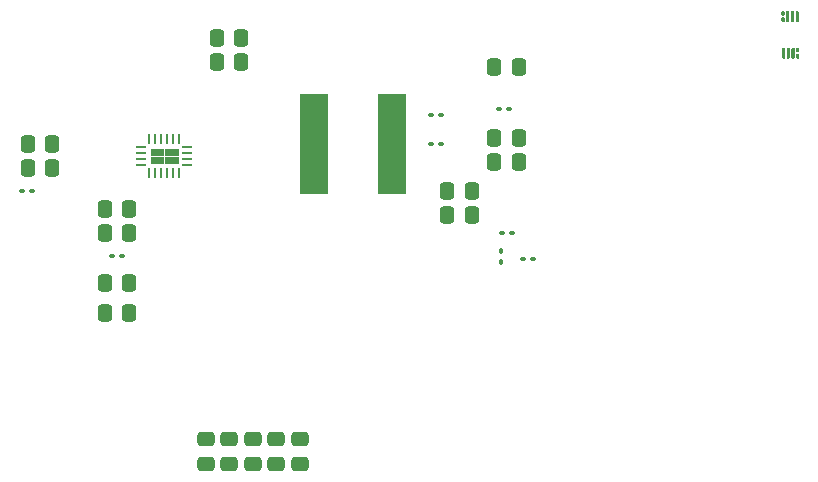
<source format=gbr>
%TF.GenerationSoftware,KiCad,Pcbnew,9.0.1*%
%TF.CreationDate,2025-11-16T17:19:11-08:00*%
%TF.ProjectId,GaN-LTC7800-Alternate,47614e2d-4c54-4433-9738-30302d416c74,rev?*%
%TF.SameCoordinates,Original*%
%TF.FileFunction,Paste,Top*%
%TF.FilePolarity,Positive*%
%FSLAX46Y46*%
G04 Gerber Fmt 4.6, Leading zero omitted, Abs format (unit mm)*
G04 Created by KiCad (PCBNEW 9.0.1) date 2025-11-16 17:19:11*
%MOMM*%
%LPD*%
G01*
G04 APERTURE LIST*
G04 Aperture macros list*
%AMRoundRect*
0 Rectangle with rounded corners*
0 $1 Rounding radius*
0 $2 $3 $4 $5 $6 $7 $8 $9 X,Y pos of 4 corners*
0 Add a 4 corners polygon primitive as box body*
4,1,4,$2,$3,$4,$5,$6,$7,$8,$9,$2,$3,0*
0 Add four circle primitives for the rounded corners*
1,1,$1+$1,$2,$3*
1,1,$1+$1,$4,$5*
1,1,$1+$1,$6,$7*
1,1,$1+$1,$8,$9*
0 Add four rect primitives between the rounded corners*
20,1,$1+$1,$2,$3,$4,$5,0*
20,1,$1+$1,$4,$5,$6,$7,0*
20,1,$1+$1,$6,$7,$8,$9,0*
20,1,$1+$1,$8,$9,$2,$3,0*%
G04 Aperture macros list end*
%ADD10C,0.010000*%
%ADD11C,0.000100*%
%ADD12RoundRect,0.250000X-0.337500X-0.475000X0.337500X-0.475000X0.337500X0.475000X-0.337500X0.475000X0*%
%ADD13RoundRect,0.250000X0.337500X0.475000X-0.337500X0.475000X-0.337500X-0.475000X0.337500X-0.475000X0*%
%ADD14RoundRect,0.090000X-0.139000X-0.090000X0.139000X-0.090000X0.139000X0.090000X-0.139000X0.090000X0*%
%ADD15R,0.270000X0.840000*%
%ADD16R,0.840000X0.270000*%
%ADD17RoundRect,0.090000X0.139000X0.090000X-0.139000X0.090000X-0.139000X-0.090000X0.139000X-0.090000X0*%
%ADD18RoundRect,0.250000X-0.475000X0.337500X-0.475000X-0.337500X0.475000X-0.337500X0.475000X0.337500X0*%
%ADD19RoundRect,0.250000X0.475000X-0.337500X0.475000X0.337500X-0.475000X0.337500X-0.475000X-0.337500X0*%
%ADD20RoundRect,0.090000X-0.090000X0.139000X-0.090000X-0.139000X0.090000X-0.139000X0.090000X0.139000X0*%
%ADD21R,2.380000X8.500000*%
G04 APERTURE END LIST*
D10*
%TO.C,U1*%
X92399938Y-57649938D02*
X91370000Y-57649938D01*
X91370000Y-57120000D01*
X92399938Y-57120000D01*
X92399938Y-57649938D01*
G36*
X92399938Y-57649938D02*
G01*
X91370000Y-57649938D01*
X91370000Y-57120000D01*
X92399938Y-57120000D01*
X92399938Y-57649938D01*
G37*
X92399972Y-58380177D02*
X91370000Y-58380177D01*
X91370000Y-57850000D01*
X92399972Y-57850000D01*
X92399972Y-58380177D01*
G36*
X92399972Y-58380177D02*
G01*
X91370000Y-58380177D01*
X91370000Y-57850000D01*
X92399972Y-57850000D01*
X92399972Y-58380177D01*
G37*
X93631780Y-57649842D02*
X92600000Y-57649842D01*
X92600000Y-57120000D01*
X93631780Y-57120000D01*
X93631780Y-57649842D01*
G36*
X93631780Y-57649842D02*
G01*
X92600000Y-57649842D01*
X92600000Y-57120000D01*
X93631780Y-57120000D01*
X93631780Y-57649842D01*
G37*
X93631590Y-58380886D02*
X92600000Y-58380886D01*
X92600000Y-57850000D01*
X93631590Y-57850000D01*
X93631590Y-58380886D01*
G36*
X93631590Y-58380886D02*
G01*
X92600000Y-58380886D01*
X92600000Y-57850000D01*
X93631590Y-57850000D01*
X93631590Y-58380886D01*
G37*
D11*
%TO.C,Q2*%
X144889500Y-45501500D02*
X144892500Y-45501500D01*
X144896500Y-45502500D01*
X144899500Y-45503500D01*
X144902500Y-45504500D01*
X144904500Y-45505500D01*
X144907500Y-45507500D01*
X144910500Y-45508500D01*
X144913500Y-45510500D01*
X144915500Y-45511500D01*
X144918500Y-45513500D01*
X144920500Y-45515500D01*
X144922500Y-45518500D01*
X144925500Y-45520500D01*
X144927500Y-45522500D01*
X144929500Y-45525500D01*
X144930500Y-45527500D01*
X144932500Y-45530500D01*
X144933500Y-45533500D01*
X144935500Y-45536500D01*
X144936500Y-45538500D01*
X144937500Y-45541500D01*
X144938500Y-45544500D01*
X144939500Y-45548500D01*
X144939500Y-45551500D01*
X144940500Y-45554500D01*
X144940500Y-45557500D01*
X144940500Y-45560500D01*
X144940500Y-45736500D01*
X144940500Y-45739500D01*
X144940500Y-45742500D01*
X144939500Y-45745500D01*
X144939500Y-45748500D01*
X144938500Y-45752500D01*
X144937500Y-45755500D01*
X144936500Y-45758500D01*
X144935500Y-45760500D01*
X144933500Y-45763500D01*
X144932500Y-45766500D01*
X144930500Y-45769500D01*
X144929500Y-45771500D01*
X144927500Y-45774500D01*
X144925500Y-45776500D01*
X144922500Y-45778500D01*
X144920500Y-45781500D01*
X144918500Y-45783500D01*
X144915500Y-45785500D01*
X144913500Y-45786500D01*
X144910500Y-45788500D01*
X144907500Y-45789500D01*
X144904500Y-45791500D01*
X144902500Y-45792500D01*
X144899500Y-45793500D01*
X144896500Y-45794500D01*
X144892500Y-45795500D01*
X144889500Y-45795500D01*
X144886500Y-45796500D01*
X144883500Y-45796500D01*
X144880500Y-45796500D01*
X144820500Y-45796500D01*
X144817500Y-45796500D01*
X144814500Y-45796500D01*
X144811500Y-45795500D01*
X144808500Y-45795500D01*
X144804500Y-45794500D01*
X144801500Y-45793500D01*
X144798500Y-45792500D01*
X144796500Y-45791500D01*
X144793500Y-45789500D01*
X144790500Y-45788500D01*
X144787500Y-45786500D01*
X144785500Y-45785500D01*
X144782500Y-45783500D01*
X144780500Y-45781500D01*
X144778500Y-45778500D01*
X144775500Y-45776500D01*
X144773500Y-45774500D01*
X144771500Y-45771500D01*
X144770500Y-45769500D01*
X144768500Y-45766500D01*
X144767500Y-45763500D01*
X144765500Y-45760500D01*
X144764500Y-45758500D01*
X144763500Y-45755500D01*
X144762500Y-45752500D01*
X144761500Y-45748500D01*
X144761500Y-45745500D01*
X144760500Y-45742500D01*
X144760500Y-45739500D01*
X144760500Y-45736500D01*
X144760500Y-45560500D01*
X144760500Y-45557500D01*
X144760500Y-45554500D01*
X144761500Y-45551500D01*
X144761500Y-45548500D01*
X144762500Y-45544500D01*
X144763500Y-45541500D01*
X144764500Y-45538500D01*
X144765500Y-45536500D01*
X144767500Y-45533500D01*
X144768500Y-45530500D01*
X144770500Y-45527500D01*
X144771500Y-45525500D01*
X144773500Y-45522500D01*
X144775500Y-45520500D01*
X144778500Y-45518500D01*
X144780500Y-45515500D01*
X144782500Y-45513500D01*
X144785500Y-45511500D01*
X144787500Y-45510500D01*
X144790500Y-45508500D01*
X144793500Y-45507500D01*
X144796500Y-45505500D01*
X144798500Y-45504500D01*
X144801500Y-45503500D01*
X144804500Y-45502500D01*
X144808500Y-45501500D01*
X144811500Y-45501500D01*
X144814500Y-45500500D01*
X144817500Y-45500500D01*
X144820500Y-45500500D01*
X144880500Y-45500500D01*
X144883500Y-45500500D01*
X144886500Y-45500500D01*
X144889500Y-45501500D01*
G36*
X144889500Y-45501500D02*
G01*
X144892500Y-45501500D01*
X144896500Y-45502500D01*
X144899500Y-45503500D01*
X144902500Y-45504500D01*
X144904500Y-45505500D01*
X144907500Y-45507500D01*
X144910500Y-45508500D01*
X144913500Y-45510500D01*
X144915500Y-45511500D01*
X144918500Y-45513500D01*
X144920500Y-45515500D01*
X144922500Y-45518500D01*
X144925500Y-45520500D01*
X144927500Y-45522500D01*
X144929500Y-45525500D01*
X144930500Y-45527500D01*
X144932500Y-45530500D01*
X144933500Y-45533500D01*
X144935500Y-45536500D01*
X144936500Y-45538500D01*
X144937500Y-45541500D01*
X144938500Y-45544500D01*
X144939500Y-45548500D01*
X144939500Y-45551500D01*
X144940500Y-45554500D01*
X144940500Y-45557500D01*
X144940500Y-45560500D01*
X144940500Y-45736500D01*
X144940500Y-45739500D01*
X144940500Y-45742500D01*
X144939500Y-45745500D01*
X144939500Y-45748500D01*
X144938500Y-45752500D01*
X144937500Y-45755500D01*
X144936500Y-45758500D01*
X144935500Y-45760500D01*
X144933500Y-45763500D01*
X144932500Y-45766500D01*
X144930500Y-45769500D01*
X144929500Y-45771500D01*
X144927500Y-45774500D01*
X144925500Y-45776500D01*
X144922500Y-45778500D01*
X144920500Y-45781500D01*
X144918500Y-45783500D01*
X144915500Y-45785500D01*
X144913500Y-45786500D01*
X144910500Y-45788500D01*
X144907500Y-45789500D01*
X144904500Y-45791500D01*
X144902500Y-45792500D01*
X144899500Y-45793500D01*
X144896500Y-45794500D01*
X144892500Y-45795500D01*
X144889500Y-45795500D01*
X144886500Y-45796500D01*
X144883500Y-45796500D01*
X144880500Y-45796500D01*
X144820500Y-45796500D01*
X144817500Y-45796500D01*
X144814500Y-45796500D01*
X144811500Y-45795500D01*
X144808500Y-45795500D01*
X144804500Y-45794500D01*
X144801500Y-45793500D01*
X144798500Y-45792500D01*
X144796500Y-45791500D01*
X144793500Y-45789500D01*
X144790500Y-45788500D01*
X144787500Y-45786500D01*
X144785500Y-45785500D01*
X144782500Y-45783500D01*
X144780500Y-45781500D01*
X144778500Y-45778500D01*
X144775500Y-45776500D01*
X144773500Y-45774500D01*
X144771500Y-45771500D01*
X144770500Y-45769500D01*
X144768500Y-45766500D01*
X144767500Y-45763500D01*
X144765500Y-45760500D01*
X144764500Y-45758500D01*
X144763500Y-45755500D01*
X144762500Y-45752500D01*
X144761500Y-45748500D01*
X144761500Y-45745500D01*
X144760500Y-45742500D01*
X144760500Y-45739500D01*
X144760500Y-45736500D01*
X144760500Y-45560500D01*
X144760500Y-45557500D01*
X144760500Y-45554500D01*
X144761500Y-45551500D01*
X144761500Y-45548500D01*
X144762500Y-45544500D01*
X144763500Y-45541500D01*
X144764500Y-45538500D01*
X144765500Y-45536500D01*
X144767500Y-45533500D01*
X144768500Y-45530500D01*
X144770500Y-45527500D01*
X144771500Y-45525500D01*
X144773500Y-45522500D01*
X144775500Y-45520500D01*
X144778500Y-45518500D01*
X144780500Y-45515500D01*
X144782500Y-45513500D01*
X144785500Y-45511500D01*
X144787500Y-45510500D01*
X144790500Y-45508500D01*
X144793500Y-45507500D01*
X144796500Y-45505500D01*
X144798500Y-45504500D01*
X144801500Y-45503500D01*
X144804500Y-45502500D01*
X144808500Y-45501500D01*
X144811500Y-45501500D01*
X144814500Y-45500500D01*
X144817500Y-45500500D01*
X144820500Y-45500500D01*
X144880500Y-45500500D01*
X144883500Y-45500500D01*
X144886500Y-45500500D01*
X144889500Y-45501500D01*
G37*
X144889500Y-46019500D02*
X144892500Y-46019500D01*
X144896500Y-46020500D01*
X144899500Y-46021500D01*
X144902500Y-46022500D01*
X144904500Y-46023500D01*
X144907500Y-46025500D01*
X144910500Y-46026500D01*
X144913500Y-46028500D01*
X144915500Y-46029500D01*
X144918500Y-46031500D01*
X144920500Y-46033500D01*
X144922500Y-46036500D01*
X144925500Y-46038500D01*
X144927500Y-46040500D01*
X144929500Y-46043500D01*
X144930500Y-46045500D01*
X144932500Y-46048500D01*
X144933500Y-46051500D01*
X144935500Y-46054500D01*
X144936500Y-46056500D01*
X144937500Y-46059500D01*
X144938500Y-46062500D01*
X144939500Y-46066500D01*
X144939500Y-46069500D01*
X144940500Y-46072500D01*
X144940500Y-46075500D01*
X144940500Y-46078500D01*
X144940500Y-46254500D01*
X144940500Y-46257500D01*
X144940500Y-46260500D01*
X144939500Y-46263500D01*
X144939500Y-46266500D01*
X144938500Y-46270500D01*
X144937500Y-46273500D01*
X144936500Y-46276500D01*
X144935500Y-46278500D01*
X144933500Y-46281500D01*
X144932500Y-46284500D01*
X144930500Y-46287500D01*
X144929500Y-46289500D01*
X144927500Y-46292500D01*
X144925500Y-46294500D01*
X144922500Y-46296500D01*
X144920500Y-46299500D01*
X144918500Y-46301500D01*
X144915500Y-46303500D01*
X144913500Y-46304500D01*
X144910500Y-46306500D01*
X144907500Y-46307500D01*
X144904500Y-46309500D01*
X144902500Y-46310500D01*
X144899500Y-46311500D01*
X144896500Y-46312500D01*
X144892500Y-46313500D01*
X144889500Y-46313500D01*
X144886500Y-46314500D01*
X144883500Y-46314500D01*
X144880500Y-46314500D01*
X144820500Y-46314500D01*
X144817500Y-46314500D01*
X144814500Y-46314500D01*
X144811500Y-46313500D01*
X144808500Y-46313500D01*
X144804500Y-46312500D01*
X144801500Y-46311500D01*
X144798500Y-46310500D01*
X144796500Y-46309500D01*
X144793500Y-46307500D01*
X144790500Y-46306500D01*
X144787500Y-46304500D01*
X144785500Y-46303500D01*
X144782500Y-46301500D01*
X144780500Y-46299500D01*
X144778500Y-46296500D01*
X144775500Y-46294500D01*
X144773500Y-46292500D01*
X144771500Y-46289500D01*
X144770500Y-46287500D01*
X144768500Y-46284500D01*
X144767500Y-46281500D01*
X144765500Y-46278500D01*
X144764500Y-46276500D01*
X144763500Y-46273500D01*
X144762500Y-46270500D01*
X144761500Y-46266500D01*
X144761500Y-46263500D01*
X144760500Y-46260500D01*
X144760500Y-46257500D01*
X144760500Y-46254500D01*
X144760500Y-46078500D01*
X144760500Y-46075500D01*
X144760500Y-46072500D01*
X144761500Y-46069500D01*
X144761500Y-46066500D01*
X144762500Y-46062500D01*
X144763500Y-46059500D01*
X144764500Y-46056500D01*
X144765500Y-46054500D01*
X144767500Y-46051500D01*
X144768500Y-46048500D01*
X144770500Y-46045500D01*
X144771500Y-46043500D01*
X144773500Y-46040500D01*
X144775500Y-46038500D01*
X144778500Y-46036500D01*
X144780500Y-46033500D01*
X144782500Y-46031500D01*
X144785500Y-46029500D01*
X144787500Y-46028500D01*
X144790500Y-46026500D01*
X144793500Y-46025500D01*
X144796500Y-46023500D01*
X144798500Y-46022500D01*
X144801500Y-46021500D01*
X144804500Y-46020500D01*
X144808500Y-46019500D01*
X144811500Y-46019500D01*
X144814500Y-46018500D01*
X144817500Y-46018500D01*
X144820500Y-46018500D01*
X144880500Y-46018500D01*
X144883500Y-46018500D01*
X144886500Y-46018500D01*
X144889500Y-46019500D01*
G36*
X144889500Y-46019500D02*
G01*
X144892500Y-46019500D01*
X144896500Y-46020500D01*
X144899500Y-46021500D01*
X144902500Y-46022500D01*
X144904500Y-46023500D01*
X144907500Y-46025500D01*
X144910500Y-46026500D01*
X144913500Y-46028500D01*
X144915500Y-46029500D01*
X144918500Y-46031500D01*
X144920500Y-46033500D01*
X144922500Y-46036500D01*
X144925500Y-46038500D01*
X144927500Y-46040500D01*
X144929500Y-46043500D01*
X144930500Y-46045500D01*
X144932500Y-46048500D01*
X144933500Y-46051500D01*
X144935500Y-46054500D01*
X144936500Y-46056500D01*
X144937500Y-46059500D01*
X144938500Y-46062500D01*
X144939500Y-46066500D01*
X144939500Y-46069500D01*
X144940500Y-46072500D01*
X144940500Y-46075500D01*
X144940500Y-46078500D01*
X144940500Y-46254500D01*
X144940500Y-46257500D01*
X144940500Y-46260500D01*
X144939500Y-46263500D01*
X144939500Y-46266500D01*
X144938500Y-46270500D01*
X144937500Y-46273500D01*
X144936500Y-46276500D01*
X144935500Y-46278500D01*
X144933500Y-46281500D01*
X144932500Y-46284500D01*
X144930500Y-46287500D01*
X144929500Y-46289500D01*
X144927500Y-46292500D01*
X144925500Y-46294500D01*
X144922500Y-46296500D01*
X144920500Y-46299500D01*
X144918500Y-46301500D01*
X144915500Y-46303500D01*
X144913500Y-46304500D01*
X144910500Y-46306500D01*
X144907500Y-46307500D01*
X144904500Y-46309500D01*
X144902500Y-46310500D01*
X144899500Y-46311500D01*
X144896500Y-46312500D01*
X144892500Y-46313500D01*
X144889500Y-46313500D01*
X144886500Y-46314500D01*
X144883500Y-46314500D01*
X144880500Y-46314500D01*
X144820500Y-46314500D01*
X144817500Y-46314500D01*
X144814500Y-46314500D01*
X144811500Y-46313500D01*
X144808500Y-46313500D01*
X144804500Y-46312500D01*
X144801500Y-46311500D01*
X144798500Y-46310500D01*
X144796500Y-46309500D01*
X144793500Y-46307500D01*
X144790500Y-46306500D01*
X144787500Y-46304500D01*
X144785500Y-46303500D01*
X144782500Y-46301500D01*
X144780500Y-46299500D01*
X144778500Y-46296500D01*
X144775500Y-46294500D01*
X144773500Y-46292500D01*
X144771500Y-46289500D01*
X144770500Y-46287500D01*
X144768500Y-46284500D01*
X144767500Y-46281500D01*
X144765500Y-46278500D01*
X144764500Y-46276500D01*
X144763500Y-46273500D01*
X144762500Y-46270500D01*
X144761500Y-46266500D01*
X144761500Y-46263500D01*
X144760500Y-46260500D01*
X144760500Y-46257500D01*
X144760500Y-46254500D01*
X144760500Y-46078500D01*
X144760500Y-46075500D01*
X144760500Y-46072500D01*
X144761500Y-46069500D01*
X144761500Y-46066500D01*
X144762500Y-46062500D01*
X144763500Y-46059500D01*
X144764500Y-46056500D01*
X144765500Y-46054500D01*
X144767500Y-46051500D01*
X144768500Y-46048500D01*
X144770500Y-46045500D01*
X144771500Y-46043500D01*
X144773500Y-46040500D01*
X144775500Y-46038500D01*
X144778500Y-46036500D01*
X144780500Y-46033500D01*
X144782500Y-46031500D01*
X144785500Y-46029500D01*
X144787500Y-46028500D01*
X144790500Y-46026500D01*
X144793500Y-46025500D01*
X144796500Y-46023500D01*
X144798500Y-46022500D01*
X144801500Y-46021500D01*
X144804500Y-46020500D01*
X144808500Y-46019500D01*
X144811500Y-46019500D01*
X144814500Y-46018500D01*
X144817500Y-46018500D01*
X144820500Y-46018500D01*
X144880500Y-46018500D01*
X144883500Y-46018500D01*
X144886500Y-46018500D01*
X144889500Y-46019500D01*
G37*
X145289500Y-45501500D02*
X145292500Y-45501500D01*
X145296500Y-45502500D01*
X145299500Y-45503500D01*
X145302500Y-45504500D01*
X145304500Y-45505500D01*
X145307500Y-45507500D01*
X145310500Y-45508500D01*
X145313500Y-45510500D01*
X145315500Y-45511500D01*
X145318500Y-45513500D01*
X145320500Y-45515500D01*
X145322500Y-45518500D01*
X145325500Y-45520500D01*
X145327500Y-45522500D01*
X145329500Y-45525500D01*
X145330500Y-45527500D01*
X145332500Y-45530500D01*
X145333500Y-45533500D01*
X145335500Y-45536500D01*
X145336500Y-45538500D01*
X145337500Y-45541500D01*
X145338500Y-45544500D01*
X145339500Y-45548500D01*
X145339500Y-45551500D01*
X145340500Y-45554500D01*
X145340500Y-45557500D01*
X145340500Y-45560500D01*
X145340500Y-46254500D01*
X145340500Y-46257500D01*
X145340500Y-46260500D01*
X145339500Y-46263500D01*
X145339500Y-46266500D01*
X145338500Y-46270500D01*
X145337500Y-46273500D01*
X145336500Y-46276500D01*
X145335500Y-46278500D01*
X145333500Y-46281500D01*
X145332500Y-46284500D01*
X145330500Y-46287500D01*
X145329500Y-46289500D01*
X145327500Y-46292500D01*
X145325500Y-46294500D01*
X145322500Y-46296500D01*
X145320500Y-46299500D01*
X145318500Y-46301500D01*
X145315500Y-46303500D01*
X145313500Y-46304500D01*
X145310500Y-46306500D01*
X145307500Y-46307500D01*
X145304500Y-46309500D01*
X145302500Y-46310500D01*
X145299500Y-46311500D01*
X145296500Y-46312500D01*
X145292500Y-46313500D01*
X145289500Y-46313500D01*
X145286500Y-46314500D01*
X145283500Y-46314500D01*
X145280500Y-46314500D01*
X145220500Y-46314500D01*
X145217500Y-46314500D01*
X145214500Y-46314500D01*
X145211500Y-46313500D01*
X145208500Y-46313500D01*
X145204500Y-46312500D01*
X145201500Y-46311500D01*
X145198500Y-46310500D01*
X145196500Y-46309500D01*
X145193500Y-46307500D01*
X145190500Y-46306500D01*
X145187500Y-46304500D01*
X145185500Y-46303500D01*
X145182500Y-46301500D01*
X145180500Y-46299500D01*
X145178500Y-46296500D01*
X145175500Y-46294500D01*
X145173500Y-46292500D01*
X145171500Y-46289500D01*
X145170500Y-46287500D01*
X145168500Y-46284500D01*
X145167500Y-46281500D01*
X145165500Y-46278500D01*
X145164500Y-46276500D01*
X145163500Y-46273500D01*
X145162500Y-46270500D01*
X145161500Y-46266500D01*
X145161500Y-46263500D01*
X145160500Y-46260500D01*
X145160500Y-46257500D01*
X145160500Y-46254500D01*
X145160500Y-45560500D01*
X145160500Y-45557500D01*
X145160500Y-45554500D01*
X145161500Y-45551500D01*
X145161500Y-45548500D01*
X145162500Y-45544500D01*
X145163500Y-45541500D01*
X145164500Y-45538500D01*
X145165500Y-45536500D01*
X145167500Y-45533500D01*
X145168500Y-45530500D01*
X145170500Y-45527500D01*
X145171500Y-45525500D01*
X145173500Y-45522500D01*
X145175500Y-45520500D01*
X145178500Y-45518500D01*
X145180500Y-45515500D01*
X145182500Y-45513500D01*
X145185500Y-45511500D01*
X145187500Y-45510500D01*
X145190500Y-45508500D01*
X145193500Y-45507500D01*
X145196500Y-45505500D01*
X145198500Y-45504500D01*
X145201500Y-45503500D01*
X145204500Y-45502500D01*
X145208500Y-45501500D01*
X145211500Y-45501500D01*
X145214500Y-45500500D01*
X145217500Y-45500500D01*
X145220500Y-45500500D01*
X145280500Y-45500500D01*
X145283500Y-45500500D01*
X145286500Y-45500500D01*
X145289500Y-45501500D01*
G36*
X145289500Y-45501500D02*
G01*
X145292500Y-45501500D01*
X145296500Y-45502500D01*
X145299500Y-45503500D01*
X145302500Y-45504500D01*
X145304500Y-45505500D01*
X145307500Y-45507500D01*
X145310500Y-45508500D01*
X145313500Y-45510500D01*
X145315500Y-45511500D01*
X145318500Y-45513500D01*
X145320500Y-45515500D01*
X145322500Y-45518500D01*
X145325500Y-45520500D01*
X145327500Y-45522500D01*
X145329500Y-45525500D01*
X145330500Y-45527500D01*
X145332500Y-45530500D01*
X145333500Y-45533500D01*
X145335500Y-45536500D01*
X145336500Y-45538500D01*
X145337500Y-45541500D01*
X145338500Y-45544500D01*
X145339500Y-45548500D01*
X145339500Y-45551500D01*
X145340500Y-45554500D01*
X145340500Y-45557500D01*
X145340500Y-45560500D01*
X145340500Y-46254500D01*
X145340500Y-46257500D01*
X145340500Y-46260500D01*
X145339500Y-46263500D01*
X145339500Y-46266500D01*
X145338500Y-46270500D01*
X145337500Y-46273500D01*
X145336500Y-46276500D01*
X145335500Y-46278500D01*
X145333500Y-46281500D01*
X145332500Y-46284500D01*
X145330500Y-46287500D01*
X145329500Y-46289500D01*
X145327500Y-46292500D01*
X145325500Y-46294500D01*
X145322500Y-46296500D01*
X145320500Y-46299500D01*
X145318500Y-46301500D01*
X145315500Y-46303500D01*
X145313500Y-46304500D01*
X145310500Y-46306500D01*
X145307500Y-46307500D01*
X145304500Y-46309500D01*
X145302500Y-46310500D01*
X145299500Y-46311500D01*
X145296500Y-46312500D01*
X145292500Y-46313500D01*
X145289500Y-46313500D01*
X145286500Y-46314500D01*
X145283500Y-46314500D01*
X145280500Y-46314500D01*
X145220500Y-46314500D01*
X145217500Y-46314500D01*
X145214500Y-46314500D01*
X145211500Y-46313500D01*
X145208500Y-46313500D01*
X145204500Y-46312500D01*
X145201500Y-46311500D01*
X145198500Y-46310500D01*
X145196500Y-46309500D01*
X145193500Y-46307500D01*
X145190500Y-46306500D01*
X145187500Y-46304500D01*
X145185500Y-46303500D01*
X145182500Y-46301500D01*
X145180500Y-46299500D01*
X145178500Y-46296500D01*
X145175500Y-46294500D01*
X145173500Y-46292500D01*
X145171500Y-46289500D01*
X145170500Y-46287500D01*
X145168500Y-46284500D01*
X145167500Y-46281500D01*
X145165500Y-46278500D01*
X145164500Y-46276500D01*
X145163500Y-46273500D01*
X145162500Y-46270500D01*
X145161500Y-46266500D01*
X145161500Y-46263500D01*
X145160500Y-46260500D01*
X145160500Y-46257500D01*
X145160500Y-46254500D01*
X145160500Y-45560500D01*
X145160500Y-45557500D01*
X145160500Y-45554500D01*
X145161500Y-45551500D01*
X145161500Y-45548500D01*
X145162500Y-45544500D01*
X145163500Y-45541500D01*
X145164500Y-45538500D01*
X145165500Y-45536500D01*
X145167500Y-45533500D01*
X145168500Y-45530500D01*
X145170500Y-45527500D01*
X145171500Y-45525500D01*
X145173500Y-45522500D01*
X145175500Y-45520500D01*
X145178500Y-45518500D01*
X145180500Y-45515500D01*
X145182500Y-45513500D01*
X145185500Y-45511500D01*
X145187500Y-45510500D01*
X145190500Y-45508500D01*
X145193500Y-45507500D01*
X145196500Y-45505500D01*
X145198500Y-45504500D01*
X145201500Y-45503500D01*
X145204500Y-45502500D01*
X145208500Y-45501500D01*
X145211500Y-45501500D01*
X145214500Y-45500500D01*
X145217500Y-45500500D01*
X145220500Y-45500500D01*
X145280500Y-45500500D01*
X145283500Y-45500500D01*
X145286500Y-45500500D01*
X145289500Y-45501500D01*
G37*
X145689500Y-45501500D02*
X145692500Y-45501500D01*
X145696500Y-45502500D01*
X145699500Y-45503500D01*
X145702500Y-45504500D01*
X145704500Y-45505500D01*
X145707500Y-45507500D01*
X145710500Y-45508500D01*
X145713500Y-45510500D01*
X145715500Y-45511500D01*
X145718500Y-45513500D01*
X145720500Y-45515500D01*
X145722500Y-45518500D01*
X145725500Y-45520500D01*
X145727500Y-45522500D01*
X145729500Y-45525500D01*
X145730500Y-45527500D01*
X145732500Y-45530500D01*
X145733500Y-45533500D01*
X145735500Y-45536500D01*
X145736500Y-45538500D01*
X145737500Y-45541500D01*
X145738500Y-45544500D01*
X145739500Y-45548500D01*
X145739500Y-45551500D01*
X145740500Y-45554500D01*
X145740500Y-45557500D01*
X145740500Y-45560500D01*
X145740500Y-46254500D01*
X145740500Y-46257500D01*
X145740500Y-46260500D01*
X145739500Y-46263500D01*
X145739500Y-46266500D01*
X145738500Y-46270500D01*
X145737500Y-46273500D01*
X145736500Y-46276500D01*
X145735500Y-46278500D01*
X145733500Y-46281500D01*
X145732500Y-46284500D01*
X145730500Y-46287500D01*
X145729500Y-46289500D01*
X145727500Y-46292500D01*
X145725500Y-46294500D01*
X145722500Y-46296500D01*
X145720500Y-46299500D01*
X145718500Y-46301500D01*
X145715500Y-46303500D01*
X145713500Y-46304500D01*
X145710500Y-46306500D01*
X145707500Y-46307500D01*
X145704500Y-46309500D01*
X145702500Y-46310500D01*
X145699500Y-46311500D01*
X145696500Y-46312500D01*
X145692500Y-46313500D01*
X145689500Y-46313500D01*
X145686500Y-46314500D01*
X145683500Y-46314500D01*
X145680500Y-46314500D01*
X145620500Y-46314500D01*
X145617500Y-46314500D01*
X145614500Y-46314500D01*
X145611500Y-46313500D01*
X145608500Y-46313500D01*
X145604500Y-46312500D01*
X145601500Y-46311500D01*
X145598500Y-46310500D01*
X145596500Y-46309500D01*
X145593500Y-46307500D01*
X145590500Y-46306500D01*
X145587500Y-46304500D01*
X145585500Y-46303500D01*
X145582500Y-46301500D01*
X145580500Y-46299500D01*
X145578500Y-46296500D01*
X145575500Y-46294500D01*
X145573500Y-46292500D01*
X145571500Y-46289500D01*
X145570500Y-46287500D01*
X145568500Y-46284500D01*
X145567500Y-46281500D01*
X145565500Y-46278500D01*
X145564500Y-46276500D01*
X145563500Y-46273500D01*
X145562500Y-46270500D01*
X145561500Y-46266500D01*
X145561500Y-46263500D01*
X145560500Y-46260500D01*
X145560500Y-46257500D01*
X145560500Y-46254500D01*
X145560500Y-45560500D01*
X145560500Y-45557500D01*
X145560500Y-45554500D01*
X145561500Y-45551500D01*
X145561500Y-45548500D01*
X145562500Y-45544500D01*
X145563500Y-45541500D01*
X145564500Y-45538500D01*
X145565500Y-45536500D01*
X145567500Y-45533500D01*
X145568500Y-45530500D01*
X145570500Y-45527500D01*
X145571500Y-45525500D01*
X145573500Y-45522500D01*
X145575500Y-45520500D01*
X145578500Y-45518500D01*
X145580500Y-45515500D01*
X145582500Y-45513500D01*
X145585500Y-45511500D01*
X145587500Y-45510500D01*
X145590500Y-45508500D01*
X145593500Y-45507500D01*
X145596500Y-45505500D01*
X145598500Y-45504500D01*
X145601500Y-45503500D01*
X145604500Y-45502500D01*
X145608500Y-45501500D01*
X145611500Y-45501500D01*
X145614500Y-45500500D01*
X145617500Y-45500500D01*
X145620500Y-45500500D01*
X145680500Y-45500500D01*
X145683500Y-45500500D01*
X145686500Y-45500500D01*
X145689500Y-45501500D01*
G36*
X145689500Y-45501500D02*
G01*
X145692500Y-45501500D01*
X145696500Y-45502500D01*
X145699500Y-45503500D01*
X145702500Y-45504500D01*
X145704500Y-45505500D01*
X145707500Y-45507500D01*
X145710500Y-45508500D01*
X145713500Y-45510500D01*
X145715500Y-45511500D01*
X145718500Y-45513500D01*
X145720500Y-45515500D01*
X145722500Y-45518500D01*
X145725500Y-45520500D01*
X145727500Y-45522500D01*
X145729500Y-45525500D01*
X145730500Y-45527500D01*
X145732500Y-45530500D01*
X145733500Y-45533500D01*
X145735500Y-45536500D01*
X145736500Y-45538500D01*
X145737500Y-45541500D01*
X145738500Y-45544500D01*
X145739500Y-45548500D01*
X145739500Y-45551500D01*
X145740500Y-45554500D01*
X145740500Y-45557500D01*
X145740500Y-45560500D01*
X145740500Y-46254500D01*
X145740500Y-46257500D01*
X145740500Y-46260500D01*
X145739500Y-46263500D01*
X145739500Y-46266500D01*
X145738500Y-46270500D01*
X145737500Y-46273500D01*
X145736500Y-46276500D01*
X145735500Y-46278500D01*
X145733500Y-46281500D01*
X145732500Y-46284500D01*
X145730500Y-46287500D01*
X145729500Y-46289500D01*
X145727500Y-46292500D01*
X145725500Y-46294500D01*
X145722500Y-46296500D01*
X145720500Y-46299500D01*
X145718500Y-46301500D01*
X145715500Y-46303500D01*
X145713500Y-46304500D01*
X145710500Y-46306500D01*
X145707500Y-46307500D01*
X145704500Y-46309500D01*
X145702500Y-46310500D01*
X145699500Y-46311500D01*
X145696500Y-46312500D01*
X145692500Y-46313500D01*
X145689500Y-46313500D01*
X145686500Y-46314500D01*
X145683500Y-46314500D01*
X145680500Y-46314500D01*
X145620500Y-46314500D01*
X145617500Y-46314500D01*
X145614500Y-46314500D01*
X145611500Y-46313500D01*
X145608500Y-46313500D01*
X145604500Y-46312500D01*
X145601500Y-46311500D01*
X145598500Y-46310500D01*
X145596500Y-46309500D01*
X145593500Y-46307500D01*
X145590500Y-46306500D01*
X145587500Y-46304500D01*
X145585500Y-46303500D01*
X145582500Y-46301500D01*
X145580500Y-46299500D01*
X145578500Y-46296500D01*
X145575500Y-46294500D01*
X145573500Y-46292500D01*
X145571500Y-46289500D01*
X145570500Y-46287500D01*
X145568500Y-46284500D01*
X145567500Y-46281500D01*
X145565500Y-46278500D01*
X145564500Y-46276500D01*
X145563500Y-46273500D01*
X145562500Y-46270500D01*
X145561500Y-46266500D01*
X145561500Y-46263500D01*
X145560500Y-46260500D01*
X145560500Y-46257500D01*
X145560500Y-46254500D01*
X145560500Y-45560500D01*
X145560500Y-45557500D01*
X145560500Y-45554500D01*
X145561500Y-45551500D01*
X145561500Y-45548500D01*
X145562500Y-45544500D01*
X145563500Y-45541500D01*
X145564500Y-45538500D01*
X145565500Y-45536500D01*
X145567500Y-45533500D01*
X145568500Y-45530500D01*
X145570500Y-45527500D01*
X145571500Y-45525500D01*
X145573500Y-45522500D01*
X145575500Y-45520500D01*
X145578500Y-45518500D01*
X145580500Y-45515500D01*
X145582500Y-45513500D01*
X145585500Y-45511500D01*
X145587500Y-45510500D01*
X145590500Y-45508500D01*
X145593500Y-45507500D01*
X145596500Y-45505500D01*
X145598500Y-45504500D01*
X145601500Y-45503500D01*
X145604500Y-45502500D01*
X145608500Y-45501500D01*
X145611500Y-45501500D01*
X145614500Y-45500500D01*
X145617500Y-45500500D01*
X145620500Y-45500500D01*
X145680500Y-45500500D01*
X145683500Y-45500500D01*
X145686500Y-45500500D01*
X145689500Y-45501500D01*
G37*
X146089500Y-45501500D02*
X146092500Y-45501500D01*
X146096500Y-45502500D01*
X146099500Y-45503500D01*
X146102500Y-45504500D01*
X146104500Y-45505500D01*
X146107500Y-45507500D01*
X146110500Y-45508500D01*
X146113500Y-45510500D01*
X146115500Y-45511500D01*
X146118500Y-45513500D01*
X146120500Y-45515500D01*
X146122500Y-45518500D01*
X146125500Y-45520500D01*
X146127500Y-45522500D01*
X146129500Y-45525500D01*
X146130500Y-45527500D01*
X146132500Y-45530500D01*
X146133500Y-45533500D01*
X146135500Y-45536500D01*
X146136500Y-45538500D01*
X146137500Y-45541500D01*
X146138500Y-45544500D01*
X146139500Y-45548500D01*
X146139500Y-45551500D01*
X146140500Y-45554500D01*
X146140500Y-45557500D01*
X146140500Y-45560500D01*
X146140500Y-46254500D01*
X146140500Y-46257500D01*
X146140500Y-46260500D01*
X146139500Y-46263500D01*
X146139500Y-46266500D01*
X146138500Y-46270500D01*
X146137500Y-46273500D01*
X146136500Y-46276500D01*
X146135500Y-46278500D01*
X146133500Y-46281500D01*
X146132500Y-46284500D01*
X146130500Y-46287500D01*
X146129500Y-46289500D01*
X146127500Y-46292500D01*
X146125500Y-46294500D01*
X146122500Y-46296500D01*
X146120500Y-46299500D01*
X146118500Y-46301500D01*
X146115500Y-46303500D01*
X146113500Y-46304500D01*
X146110500Y-46306500D01*
X146107500Y-46307500D01*
X146104500Y-46309500D01*
X146102500Y-46310500D01*
X146099500Y-46311500D01*
X146096500Y-46312500D01*
X146092500Y-46313500D01*
X146089500Y-46313500D01*
X146086500Y-46314500D01*
X146083500Y-46314500D01*
X146080500Y-46314500D01*
X146020500Y-46314500D01*
X146017500Y-46314500D01*
X146014500Y-46314500D01*
X146011500Y-46313500D01*
X146008500Y-46313500D01*
X146004500Y-46312500D01*
X146001500Y-46311500D01*
X145998500Y-46310500D01*
X145996500Y-46309500D01*
X145993500Y-46307500D01*
X145990500Y-46306500D01*
X145987500Y-46304500D01*
X145985500Y-46303500D01*
X145982500Y-46301500D01*
X145980500Y-46299500D01*
X145978500Y-46296500D01*
X145975500Y-46294500D01*
X145973500Y-46292500D01*
X145971500Y-46289500D01*
X145970500Y-46287500D01*
X145968500Y-46284500D01*
X145967500Y-46281500D01*
X145965500Y-46278500D01*
X145964500Y-46276500D01*
X145963500Y-46273500D01*
X145962500Y-46270500D01*
X145961500Y-46266500D01*
X145961500Y-46263500D01*
X145960500Y-46260500D01*
X145960500Y-46257500D01*
X145960500Y-46254500D01*
X145960500Y-45560500D01*
X145960500Y-45557500D01*
X145960500Y-45554500D01*
X145961500Y-45551500D01*
X145961500Y-45548500D01*
X145962500Y-45544500D01*
X145963500Y-45541500D01*
X145964500Y-45538500D01*
X145965500Y-45536500D01*
X145967500Y-45533500D01*
X145968500Y-45530500D01*
X145970500Y-45527500D01*
X145971500Y-45525500D01*
X145973500Y-45522500D01*
X145975500Y-45520500D01*
X145978500Y-45518500D01*
X145980500Y-45515500D01*
X145982500Y-45513500D01*
X145985500Y-45511500D01*
X145987500Y-45510500D01*
X145990500Y-45508500D01*
X145993500Y-45507500D01*
X145996500Y-45505500D01*
X145998500Y-45504500D01*
X146001500Y-45503500D01*
X146004500Y-45502500D01*
X146008500Y-45501500D01*
X146011500Y-45501500D01*
X146014500Y-45500500D01*
X146017500Y-45500500D01*
X146020500Y-45500500D01*
X146080500Y-45500500D01*
X146083500Y-45500500D01*
X146086500Y-45500500D01*
X146089500Y-45501500D01*
G36*
X146089500Y-45501500D02*
G01*
X146092500Y-45501500D01*
X146096500Y-45502500D01*
X146099500Y-45503500D01*
X146102500Y-45504500D01*
X146104500Y-45505500D01*
X146107500Y-45507500D01*
X146110500Y-45508500D01*
X146113500Y-45510500D01*
X146115500Y-45511500D01*
X146118500Y-45513500D01*
X146120500Y-45515500D01*
X146122500Y-45518500D01*
X146125500Y-45520500D01*
X146127500Y-45522500D01*
X146129500Y-45525500D01*
X146130500Y-45527500D01*
X146132500Y-45530500D01*
X146133500Y-45533500D01*
X146135500Y-45536500D01*
X146136500Y-45538500D01*
X146137500Y-45541500D01*
X146138500Y-45544500D01*
X146139500Y-45548500D01*
X146139500Y-45551500D01*
X146140500Y-45554500D01*
X146140500Y-45557500D01*
X146140500Y-45560500D01*
X146140500Y-46254500D01*
X146140500Y-46257500D01*
X146140500Y-46260500D01*
X146139500Y-46263500D01*
X146139500Y-46266500D01*
X146138500Y-46270500D01*
X146137500Y-46273500D01*
X146136500Y-46276500D01*
X146135500Y-46278500D01*
X146133500Y-46281500D01*
X146132500Y-46284500D01*
X146130500Y-46287500D01*
X146129500Y-46289500D01*
X146127500Y-46292500D01*
X146125500Y-46294500D01*
X146122500Y-46296500D01*
X146120500Y-46299500D01*
X146118500Y-46301500D01*
X146115500Y-46303500D01*
X146113500Y-46304500D01*
X146110500Y-46306500D01*
X146107500Y-46307500D01*
X146104500Y-46309500D01*
X146102500Y-46310500D01*
X146099500Y-46311500D01*
X146096500Y-46312500D01*
X146092500Y-46313500D01*
X146089500Y-46313500D01*
X146086500Y-46314500D01*
X146083500Y-46314500D01*
X146080500Y-46314500D01*
X146020500Y-46314500D01*
X146017500Y-46314500D01*
X146014500Y-46314500D01*
X146011500Y-46313500D01*
X146008500Y-46313500D01*
X146004500Y-46312500D01*
X146001500Y-46311500D01*
X145998500Y-46310500D01*
X145996500Y-46309500D01*
X145993500Y-46307500D01*
X145990500Y-46306500D01*
X145987500Y-46304500D01*
X145985500Y-46303500D01*
X145982500Y-46301500D01*
X145980500Y-46299500D01*
X145978500Y-46296500D01*
X145975500Y-46294500D01*
X145973500Y-46292500D01*
X145971500Y-46289500D01*
X145970500Y-46287500D01*
X145968500Y-46284500D01*
X145967500Y-46281500D01*
X145965500Y-46278500D01*
X145964500Y-46276500D01*
X145963500Y-46273500D01*
X145962500Y-46270500D01*
X145961500Y-46266500D01*
X145961500Y-46263500D01*
X145960500Y-46260500D01*
X145960500Y-46257500D01*
X145960500Y-46254500D01*
X145960500Y-45560500D01*
X145960500Y-45557500D01*
X145960500Y-45554500D01*
X145961500Y-45551500D01*
X145961500Y-45548500D01*
X145962500Y-45544500D01*
X145963500Y-45541500D01*
X145964500Y-45538500D01*
X145965500Y-45536500D01*
X145967500Y-45533500D01*
X145968500Y-45530500D01*
X145970500Y-45527500D01*
X145971500Y-45525500D01*
X145973500Y-45522500D01*
X145975500Y-45520500D01*
X145978500Y-45518500D01*
X145980500Y-45515500D01*
X145982500Y-45513500D01*
X145985500Y-45511500D01*
X145987500Y-45510500D01*
X145990500Y-45508500D01*
X145993500Y-45507500D01*
X145996500Y-45505500D01*
X145998500Y-45504500D01*
X146001500Y-45503500D01*
X146004500Y-45502500D01*
X146008500Y-45501500D01*
X146011500Y-45501500D01*
X146014500Y-45500500D01*
X146017500Y-45500500D01*
X146020500Y-45500500D01*
X146080500Y-45500500D01*
X146083500Y-45500500D01*
X146086500Y-45500500D01*
X146089500Y-45501500D01*
G37*
%TO.C,Q1*%
X144939000Y-48594000D02*
X144942000Y-48594000D01*
X144946000Y-48595000D01*
X144949000Y-48596000D01*
X144952000Y-48597000D01*
X144954000Y-48598000D01*
X144957000Y-48600000D01*
X144960000Y-48601000D01*
X144963000Y-48603000D01*
X144965000Y-48604000D01*
X144968000Y-48606000D01*
X144970000Y-48608000D01*
X144972000Y-48611000D01*
X144975000Y-48613000D01*
X144977000Y-48615000D01*
X144979000Y-48618000D01*
X144980000Y-48620000D01*
X144982000Y-48623000D01*
X144983000Y-48626000D01*
X144985000Y-48629000D01*
X144986000Y-48631000D01*
X144987000Y-48634000D01*
X144988000Y-48637000D01*
X144989000Y-48641000D01*
X144989000Y-48644000D01*
X144990000Y-48647000D01*
X144990000Y-48650000D01*
X144990000Y-48653000D01*
X144990000Y-49347000D01*
X144990000Y-49350000D01*
X144990000Y-49353000D01*
X144989000Y-49356000D01*
X144989000Y-49359000D01*
X144988000Y-49363000D01*
X144987000Y-49366000D01*
X144986000Y-49369000D01*
X144985000Y-49371000D01*
X144983000Y-49374000D01*
X144982000Y-49377000D01*
X144980000Y-49380000D01*
X144979000Y-49382000D01*
X144977000Y-49385000D01*
X144975000Y-49387000D01*
X144972000Y-49389000D01*
X144970000Y-49392000D01*
X144968000Y-49394000D01*
X144965000Y-49396000D01*
X144963000Y-49397000D01*
X144960000Y-49399000D01*
X144957000Y-49400000D01*
X144954000Y-49402000D01*
X144952000Y-49403000D01*
X144949000Y-49404000D01*
X144946000Y-49405000D01*
X144942000Y-49406000D01*
X144939000Y-49406000D01*
X144936000Y-49407000D01*
X144933000Y-49407000D01*
X144930000Y-49407000D01*
X144870000Y-49407000D01*
X144867000Y-49407000D01*
X144864000Y-49407000D01*
X144861000Y-49406000D01*
X144858000Y-49406000D01*
X144854000Y-49405000D01*
X144851000Y-49404000D01*
X144848000Y-49403000D01*
X144846000Y-49402000D01*
X144843000Y-49400000D01*
X144840000Y-49399000D01*
X144837000Y-49397000D01*
X144835000Y-49396000D01*
X144832000Y-49394000D01*
X144830000Y-49392000D01*
X144828000Y-49389000D01*
X144825000Y-49387000D01*
X144823000Y-49385000D01*
X144821000Y-49382000D01*
X144820000Y-49380000D01*
X144818000Y-49377000D01*
X144817000Y-49374000D01*
X144815000Y-49371000D01*
X144814000Y-49369000D01*
X144813000Y-49366000D01*
X144812000Y-49363000D01*
X144811000Y-49359000D01*
X144811000Y-49356000D01*
X144810000Y-49353000D01*
X144810000Y-49350000D01*
X144810000Y-49347000D01*
X144810000Y-48653000D01*
X144810000Y-48650000D01*
X144810000Y-48647000D01*
X144811000Y-48644000D01*
X144811000Y-48641000D01*
X144812000Y-48637000D01*
X144813000Y-48634000D01*
X144814000Y-48631000D01*
X144815000Y-48629000D01*
X144817000Y-48626000D01*
X144818000Y-48623000D01*
X144820000Y-48620000D01*
X144821000Y-48618000D01*
X144823000Y-48615000D01*
X144825000Y-48613000D01*
X144828000Y-48611000D01*
X144830000Y-48608000D01*
X144832000Y-48606000D01*
X144835000Y-48604000D01*
X144837000Y-48603000D01*
X144840000Y-48601000D01*
X144843000Y-48600000D01*
X144846000Y-48598000D01*
X144848000Y-48597000D01*
X144851000Y-48596000D01*
X144854000Y-48595000D01*
X144858000Y-48594000D01*
X144861000Y-48594000D01*
X144864000Y-48593000D01*
X144867000Y-48593000D01*
X144870000Y-48593000D01*
X144930000Y-48593000D01*
X144933000Y-48593000D01*
X144936000Y-48593000D01*
X144939000Y-48594000D01*
G36*
X144939000Y-48594000D02*
G01*
X144942000Y-48594000D01*
X144946000Y-48595000D01*
X144949000Y-48596000D01*
X144952000Y-48597000D01*
X144954000Y-48598000D01*
X144957000Y-48600000D01*
X144960000Y-48601000D01*
X144963000Y-48603000D01*
X144965000Y-48604000D01*
X144968000Y-48606000D01*
X144970000Y-48608000D01*
X144972000Y-48611000D01*
X144975000Y-48613000D01*
X144977000Y-48615000D01*
X144979000Y-48618000D01*
X144980000Y-48620000D01*
X144982000Y-48623000D01*
X144983000Y-48626000D01*
X144985000Y-48629000D01*
X144986000Y-48631000D01*
X144987000Y-48634000D01*
X144988000Y-48637000D01*
X144989000Y-48641000D01*
X144989000Y-48644000D01*
X144990000Y-48647000D01*
X144990000Y-48650000D01*
X144990000Y-48653000D01*
X144990000Y-49347000D01*
X144990000Y-49350000D01*
X144990000Y-49353000D01*
X144989000Y-49356000D01*
X144989000Y-49359000D01*
X144988000Y-49363000D01*
X144987000Y-49366000D01*
X144986000Y-49369000D01*
X144985000Y-49371000D01*
X144983000Y-49374000D01*
X144982000Y-49377000D01*
X144980000Y-49380000D01*
X144979000Y-49382000D01*
X144977000Y-49385000D01*
X144975000Y-49387000D01*
X144972000Y-49389000D01*
X144970000Y-49392000D01*
X144968000Y-49394000D01*
X144965000Y-49396000D01*
X144963000Y-49397000D01*
X144960000Y-49399000D01*
X144957000Y-49400000D01*
X144954000Y-49402000D01*
X144952000Y-49403000D01*
X144949000Y-49404000D01*
X144946000Y-49405000D01*
X144942000Y-49406000D01*
X144939000Y-49406000D01*
X144936000Y-49407000D01*
X144933000Y-49407000D01*
X144930000Y-49407000D01*
X144870000Y-49407000D01*
X144867000Y-49407000D01*
X144864000Y-49407000D01*
X144861000Y-49406000D01*
X144858000Y-49406000D01*
X144854000Y-49405000D01*
X144851000Y-49404000D01*
X144848000Y-49403000D01*
X144846000Y-49402000D01*
X144843000Y-49400000D01*
X144840000Y-49399000D01*
X144837000Y-49397000D01*
X144835000Y-49396000D01*
X144832000Y-49394000D01*
X144830000Y-49392000D01*
X144828000Y-49389000D01*
X144825000Y-49387000D01*
X144823000Y-49385000D01*
X144821000Y-49382000D01*
X144820000Y-49380000D01*
X144818000Y-49377000D01*
X144817000Y-49374000D01*
X144815000Y-49371000D01*
X144814000Y-49369000D01*
X144813000Y-49366000D01*
X144812000Y-49363000D01*
X144811000Y-49359000D01*
X144811000Y-49356000D01*
X144810000Y-49353000D01*
X144810000Y-49350000D01*
X144810000Y-49347000D01*
X144810000Y-48653000D01*
X144810000Y-48650000D01*
X144810000Y-48647000D01*
X144811000Y-48644000D01*
X144811000Y-48641000D01*
X144812000Y-48637000D01*
X144813000Y-48634000D01*
X144814000Y-48631000D01*
X144815000Y-48629000D01*
X144817000Y-48626000D01*
X144818000Y-48623000D01*
X144820000Y-48620000D01*
X144821000Y-48618000D01*
X144823000Y-48615000D01*
X144825000Y-48613000D01*
X144828000Y-48611000D01*
X144830000Y-48608000D01*
X144832000Y-48606000D01*
X144835000Y-48604000D01*
X144837000Y-48603000D01*
X144840000Y-48601000D01*
X144843000Y-48600000D01*
X144846000Y-48598000D01*
X144848000Y-48597000D01*
X144851000Y-48596000D01*
X144854000Y-48595000D01*
X144858000Y-48594000D01*
X144861000Y-48594000D01*
X144864000Y-48593000D01*
X144867000Y-48593000D01*
X144870000Y-48593000D01*
X144930000Y-48593000D01*
X144933000Y-48593000D01*
X144936000Y-48593000D01*
X144939000Y-48594000D01*
G37*
X145339000Y-48594000D02*
X145342000Y-48594000D01*
X145346000Y-48595000D01*
X145349000Y-48596000D01*
X145352000Y-48597000D01*
X145354000Y-48598000D01*
X145357000Y-48600000D01*
X145360000Y-48601000D01*
X145363000Y-48603000D01*
X145365000Y-48604000D01*
X145368000Y-48606000D01*
X145370000Y-48608000D01*
X145372000Y-48611000D01*
X145375000Y-48613000D01*
X145377000Y-48615000D01*
X145379000Y-48618000D01*
X145380000Y-48620000D01*
X145382000Y-48623000D01*
X145383000Y-48626000D01*
X145385000Y-48629000D01*
X145386000Y-48631000D01*
X145387000Y-48634000D01*
X145388000Y-48637000D01*
X145389000Y-48641000D01*
X145389000Y-48644000D01*
X145390000Y-48647000D01*
X145390000Y-48650000D01*
X145390000Y-48653000D01*
X145390000Y-49347000D01*
X145390000Y-49350000D01*
X145390000Y-49353000D01*
X145389000Y-49356000D01*
X145389000Y-49359000D01*
X145388000Y-49363000D01*
X145387000Y-49366000D01*
X145386000Y-49369000D01*
X145385000Y-49371000D01*
X145383000Y-49374000D01*
X145382000Y-49377000D01*
X145380000Y-49380000D01*
X145379000Y-49382000D01*
X145377000Y-49385000D01*
X145375000Y-49387000D01*
X145372000Y-49389000D01*
X145370000Y-49392000D01*
X145368000Y-49394000D01*
X145365000Y-49396000D01*
X145363000Y-49397000D01*
X145360000Y-49399000D01*
X145357000Y-49400000D01*
X145354000Y-49402000D01*
X145352000Y-49403000D01*
X145349000Y-49404000D01*
X145346000Y-49405000D01*
X145342000Y-49406000D01*
X145339000Y-49406000D01*
X145336000Y-49407000D01*
X145333000Y-49407000D01*
X145330000Y-49407000D01*
X145270000Y-49407000D01*
X145267000Y-49407000D01*
X145264000Y-49407000D01*
X145261000Y-49406000D01*
X145258000Y-49406000D01*
X145254000Y-49405000D01*
X145251000Y-49404000D01*
X145248000Y-49403000D01*
X145246000Y-49402000D01*
X145243000Y-49400000D01*
X145240000Y-49399000D01*
X145237000Y-49397000D01*
X145235000Y-49396000D01*
X145232000Y-49394000D01*
X145230000Y-49392000D01*
X145228000Y-49389000D01*
X145225000Y-49387000D01*
X145223000Y-49385000D01*
X145221000Y-49382000D01*
X145220000Y-49380000D01*
X145218000Y-49377000D01*
X145217000Y-49374000D01*
X145215000Y-49371000D01*
X145214000Y-49369000D01*
X145213000Y-49366000D01*
X145212000Y-49363000D01*
X145211000Y-49359000D01*
X145211000Y-49356000D01*
X145210000Y-49353000D01*
X145210000Y-49350000D01*
X145210000Y-49347000D01*
X145210000Y-48653000D01*
X145210000Y-48650000D01*
X145210000Y-48647000D01*
X145211000Y-48644000D01*
X145211000Y-48641000D01*
X145212000Y-48637000D01*
X145213000Y-48634000D01*
X145214000Y-48631000D01*
X145215000Y-48629000D01*
X145217000Y-48626000D01*
X145218000Y-48623000D01*
X145220000Y-48620000D01*
X145221000Y-48618000D01*
X145223000Y-48615000D01*
X145225000Y-48613000D01*
X145228000Y-48611000D01*
X145230000Y-48608000D01*
X145232000Y-48606000D01*
X145235000Y-48604000D01*
X145237000Y-48603000D01*
X145240000Y-48601000D01*
X145243000Y-48600000D01*
X145246000Y-48598000D01*
X145248000Y-48597000D01*
X145251000Y-48596000D01*
X145254000Y-48595000D01*
X145258000Y-48594000D01*
X145261000Y-48594000D01*
X145264000Y-48593000D01*
X145267000Y-48593000D01*
X145270000Y-48593000D01*
X145330000Y-48593000D01*
X145333000Y-48593000D01*
X145336000Y-48593000D01*
X145339000Y-48594000D01*
G36*
X145339000Y-48594000D02*
G01*
X145342000Y-48594000D01*
X145346000Y-48595000D01*
X145349000Y-48596000D01*
X145352000Y-48597000D01*
X145354000Y-48598000D01*
X145357000Y-48600000D01*
X145360000Y-48601000D01*
X145363000Y-48603000D01*
X145365000Y-48604000D01*
X145368000Y-48606000D01*
X145370000Y-48608000D01*
X145372000Y-48611000D01*
X145375000Y-48613000D01*
X145377000Y-48615000D01*
X145379000Y-48618000D01*
X145380000Y-48620000D01*
X145382000Y-48623000D01*
X145383000Y-48626000D01*
X145385000Y-48629000D01*
X145386000Y-48631000D01*
X145387000Y-48634000D01*
X145388000Y-48637000D01*
X145389000Y-48641000D01*
X145389000Y-48644000D01*
X145390000Y-48647000D01*
X145390000Y-48650000D01*
X145390000Y-48653000D01*
X145390000Y-49347000D01*
X145390000Y-49350000D01*
X145390000Y-49353000D01*
X145389000Y-49356000D01*
X145389000Y-49359000D01*
X145388000Y-49363000D01*
X145387000Y-49366000D01*
X145386000Y-49369000D01*
X145385000Y-49371000D01*
X145383000Y-49374000D01*
X145382000Y-49377000D01*
X145380000Y-49380000D01*
X145379000Y-49382000D01*
X145377000Y-49385000D01*
X145375000Y-49387000D01*
X145372000Y-49389000D01*
X145370000Y-49392000D01*
X145368000Y-49394000D01*
X145365000Y-49396000D01*
X145363000Y-49397000D01*
X145360000Y-49399000D01*
X145357000Y-49400000D01*
X145354000Y-49402000D01*
X145352000Y-49403000D01*
X145349000Y-49404000D01*
X145346000Y-49405000D01*
X145342000Y-49406000D01*
X145339000Y-49406000D01*
X145336000Y-49407000D01*
X145333000Y-49407000D01*
X145330000Y-49407000D01*
X145270000Y-49407000D01*
X145267000Y-49407000D01*
X145264000Y-49407000D01*
X145261000Y-49406000D01*
X145258000Y-49406000D01*
X145254000Y-49405000D01*
X145251000Y-49404000D01*
X145248000Y-49403000D01*
X145246000Y-49402000D01*
X145243000Y-49400000D01*
X145240000Y-49399000D01*
X145237000Y-49397000D01*
X145235000Y-49396000D01*
X145232000Y-49394000D01*
X145230000Y-49392000D01*
X145228000Y-49389000D01*
X145225000Y-49387000D01*
X145223000Y-49385000D01*
X145221000Y-49382000D01*
X145220000Y-49380000D01*
X145218000Y-49377000D01*
X145217000Y-49374000D01*
X145215000Y-49371000D01*
X145214000Y-49369000D01*
X145213000Y-49366000D01*
X145212000Y-49363000D01*
X145211000Y-49359000D01*
X145211000Y-49356000D01*
X145210000Y-49353000D01*
X145210000Y-49350000D01*
X145210000Y-49347000D01*
X145210000Y-48653000D01*
X145210000Y-48650000D01*
X145210000Y-48647000D01*
X145211000Y-48644000D01*
X145211000Y-48641000D01*
X145212000Y-48637000D01*
X145213000Y-48634000D01*
X145214000Y-48631000D01*
X145215000Y-48629000D01*
X145217000Y-48626000D01*
X145218000Y-48623000D01*
X145220000Y-48620000D01*
X145221000Y-48618000D01*
X145223000Y-48615000D01*
X145225000Y-48613000D01*
X145228000Y-48611000D01*
X145230000Y-48608000D01*
X145232000Y-48606000D01*
X145235000Y-48604000D01*
X145237000Y-48603000D01*
X145240000Y-48601000D01*
X145243000Y-48600000D01*
X145246000Y-48598000D01*
X145248000Y-48597000D01*
X145251000Y-48596000D01*
X145254000Y-48595000D01*
X145258000Y-48594000D01*
X145261000Y-48594000D01*
X145264000Y-48593000D01*
X145267000Y-48593000D01*
X145270000Y-48593000D01*
X145330000Y-48593000D01*
X145333000Y-48593000D01*
X145336000Y-48593000D01*
X145339000Y-48594000D01*
G37*
X145739000Y-48594000D02*
X145742000Y-48594000D01*
X145746000Y-48595000D01*
X145749000Y-48596000D01*
X145752000Y-48597000D01*
X145754000Y-48598000D01*
X145757000Y-48600000D01*
X145760000Y-48601000D01*
X145763000Y-48603000D01*
X145765000Y-48604000D01*
X145768000Y-48606000D01*
X145770000Y-48608000D01*
X145772000Y-48611000D01*
X145775000Y-48613000D01*
X145777000Y-48615000D01*
X145779000Y-48618000D01*
X145780000Y-48620000D01*
X145782000Y-48623000D01*
X145783000Y-48626000D01*
X145785000Y-48629000D01*
X145786000Y-48631000D01*
X145787000Y-48634000D01*
X145788000Y-48637000D01*
X145789000Y-48641000D01*
X145789000Y-48644000D01*
X145790000Y-48647000D01*
X145790000Y-48650000D01*
X145790000Y-48653000D01*
X145790000Y-49347000D01*
X145790000Y-49350000D01*
X145790000Y-49353000D01*
X145789000Y-49356000D01*
X145789000Y-49359000D01*
X145788000Y-49363000D01*
X145787000Y-49366000D01*
X145786000Y-49369000D01*
X145785000Y-49371000D01*
X145783000Y-49374000D01*
X145782000Y-49377000D01*
X145780000Y-49380000D01*
X145779000Y-49382000D01*
X145777000Y-49385000D01*
X145775000Y-49387000D01*
X145772000Y-49389000D01*
X145770000Y-49392000D01*
X145768000Y-49394000D01*
X145765000Y-49396000D01*
X145763000Y-49397000D01*
X145760000Y-49399000D01*
X145757000Y-49400000D01*
X145754000Y-49402000D01*
X145752000Y-49403000D01*
X145749000Y-49404000D01*
X145746000Y-49405000D01*
X145742000Y-49406000D01*
X145739000Y-49406000D01*
X145736000Y-49407000D01*
X145733000Y-49407000D01*
X145730000Y-49407000D01*
X145670000Y-49407000D01*
X145667000Y-49407000D01*
X145664000Y-49407000D01*
X145661000Y-49406000D01*
X145658000Y-49406000D01*
X145654000Y-49405000D01*
X145651000Y-49404000D01*
X145648000Y-49403000D01*
X145646000Y-49402000D01*
X145643000Y-49400000D01*
X145640000Y-49399000D01*
X145637000Y-49397000D01*
X145635000Y-49396000D01*
X145632000Y-49394000D01*
X145630000Y-49392000D01*
X145628000Y-49389000D01*
X145625000Y-49387000D01*
X145623000Y-49385000D01*
X145621000Y-49382000D01*
X145620000Y-49380000D01*
X145618000Y-49377000D01*
X145617000Y-49374000D01*
X145615000Y-49371000D01*
X145614000Y-49369000D01*
X145613000Y-49366000D01*
X145612000Y-49363000D01*
X145611000Y-49359000D01*
X145611000Y-49356000D01*
X145610000Y-49353000D01*
X145610000Y-49350000D01*
X145610000Y-49347000D01*
X145610000Y-48653000D01*
X145610000Y-48650000D01*
X145610000Y-48647000D01*
X145611000Y-48644000D01*
X145611000Y-48641000D01*
X145612000Y-48637000D01*
X145613000Y-48634000D01*
X145614000Y-48631000D01*
X145615000Y-48629000D01*
X145617000Y-48626000D01*
X145618000Y-48623000D01*
X145620000Y-48620000D01*
X145621000Y-48618000D01*
X145623000Y-48615000D01*
X145625000Y-48613000D01*
X145628000Y-48611000D01*
X145630000Y-48608000D01*
X145632000Y-48606000D01*
X145635000Y-48604000D01*
X145637000Y-48603000D01*
X145640000Y-48601000D01*
X145643000Y-48600000D01*
X145646000Y-48598000D01*
X145648000Y-48597000D01*
X145651000Y-48596000D01*
X145654000Y-48595000D01*
X145658000Y-48594000D01*
X145661000Y-48594000D01*
X145664000Y-48593000D01*
X145667000Y-48593000D01*
X145670000Y-48593000D01*
X145730000Y-48593000D01*
X145733000Y-48593000D01*
X145736000Y-48593000D01*
X145739000Y-48594000D01*
G36*
X145739000Y-48594000D02*
G01*
X145742000Y-48594000D01*
X145746000Y-48595000D01*
X145749000Y-48596000D01*
X145752000Y-48597000D01*
X145754000Y-48598000D01*
X145757000Y-48600000D01*
X145760000Y-48601000D01*
X145763000Y-48603000D01*
X145765000Y-48604000D01*
X145768000Y-48606000D01*
X145770000Y-48608000D01*
X145772000Y-48611000D01*
X145775000Y-48613000D01*
X145777000Y-48615000D01*
X145779000Y-48618000D01*
X145780000Y-48620000D01*
X145782000Y-48623000D01*
X145783000Y-48626000D01*
X145785000Y-48629000D01*
X145786000Y-48631000D01*
X145787000Y-48634000D01*
X145788000Y-48637000D01*
X145789000Y-48641000D01*
X145789000Y-48644000D01*
X145790000Y-48647000D01*
X145790000Y-48650000D01*
X145790000Y-48653000D01*
X145790000Y-49347000D01*
X145790000Y-49350000D01*
X145790000Y-49353000D01*
X145789000Y-49356000D01*
X145789000Y-49359000D01*
X145788000Y-49363000D01*
X145787000Y-49366000D01*
X145786000Y-49369000D01*
X145785000Y-49371000D01*
X145783000Y-49374000D01*
X145782000Y-49377000D01*
X145780000Y-49380000D01*
X145779000Y-49382000D01*
X145777000Y-49385000D01*
X145775000Y-49387000D01*
X145772000Y-49389000D01*
X145770000Y-49392000D01*
X145768000Y-49394000D01*
X145765000Y-49396000D01*
X145763000Y-49397000D01*
X145760000Y-49399000D01*
X145757000Y-49400000D01*
X145754000Y-49402000D01*
X145752000Y-49403000D01*
X145749000Y-49404000D01*
X145746000Y-49405000D01*
X145742000Y-49406000D01*
X145739000Y-49406000D01*
X145736000Y-49407000D01*
X145733000Y-49407000D01*
X145730000Y-49407000D01*
X145670000Y-49407000D01*
X145667000Y-49407000D01*
X145664000Y-49407000D01*
X145661000Y-49406000D01*
X145658000Y-49406000D01*
X145654000Y-49405000D01*
X145651000Y-49404000D01*
X145648000Y-49403000D01*
X145646000Y-49402000D01*
X145643000Y-49400000D01*
X145640000Y-49399000D01*
X145637000Y-49397000D01*
X145635000Y-49396000D01*
X145632000Y-49394000D01*
X145630000Y-49392000D01*
X145628000Y-49389000D01*
X145625000Y-49387000D01*
X145623000Y-49385000D01*
X145621000Y-49382000D01*
X145620000Y-49380000D01*
X145618000Y-49377000D01*
X145617000Y-49374000D01*
X145615000Y-49371000D01*
X145614000Y-49369000D01*
X145613000Y-49366000D01*
X145612000Y-49363000D01*
X145611000Y-49359000D01*
X145611000Y-49356000D01*
X145610000Y-49353000D01*
X145610000Y-49350000D01*
X145610000Y-49347000D01*
X145610000Y-48653000D01*
X145610000Y-48650000D01*
X145610000Y-48647000D01*
X145611000Y-48644000D01*
X145611000Y-48641000D01*
X145612000Y-48637000D01*
X145613000Y-48634000D01*
X145614000Y-48631000D01*
X145615000Y-48629000D01*
X145617000Y-48626000D01*
X145618000Y-48623000D01*
X145620000Y-48620000D01*
X145621000Y-48618000D01*
X145623000Y-48615000D01*
X145625000Y-48613000D01*
X145628000Y-48611000D01*
X145630000Y-48608000D01*
X145632000Y-48606000D01*
X145635000Y-48604000D01*
X145637000Y-48603000D01*
X145640000Y-48601000D01*
X145643000Y-48600000D01*
X145646000Y-48598000D01*
X145648000Y-48597000D01*
X145651000Y-48596000D01*
X145654000Y-48595000D01*
X145658000Y-48594000D01*
X145661000Y-48594000D01*
X145664000Y-48593000D01*
X145667000Y-48593000D01*
X145670000Y-48593000D01*
X145730000Y-48593000D01*
X145733000Y-48593000D01*
X145736000Y-48593000D01*
X145739000Y-48594000D01*
G37*
X146139000Y-48594000D02*
X146142000Y-48594000D01*
X146146000Y-48595000D01*
X146149000Y-48596000D01*
X146152000Y-48597000D01*
X146154000Y-48598000D01*
X146157000Y-48600000D01*
X146160000Y-48601000D01*
X146163000Y-48603000D01*
X146165000Y-48604000D01*
X146168000Y-48606000D01*
X146170000Y-48608000D01*
X146172000Y-48611000D01*
X146175000Y-48613000D01*
X146177000Y-48615000D01*
X146179000Y-48618000D01*
X146180000Y-48620000D01*
X146182000Y-48623000D01*
X146183000Y-48626000D01*
X146185000Y-48629000D01*
X146186000Y-48631000D01*
X146187000Y-48634000D01*
X146188000Y-48637000D01*
X146189000Y-48641000D01*
X146189000Y-48644000D01*
X146190000Y-48647000D01*
X146190000Y-48650000D01*
X146190000Y-48653000D01*
X146190000Y-48829000D01*
X146190000Y-48832000D01*
X146190000Y-48835000D01*
X146189000Y-48838000D01*
X146189000Y-48841000D01*
X146188000Y-48845000D01*
X146187000Y-48848000D01*
X146186000Y-48851000D01*
X146185000Y-48853000D01*
X146183000Y-48856000D01*
X146182000Y-48859000D01*
X146180000Y-48862000D01*
X146179000Y-48864000D01*
X146177000Y-48867000D01*
X146175000Y-48869000D01*
X146172000Y-48871000D01*
X146170000Y-48874000D01*
X146168000Y-48876000D01*
X146165000Y-48878000D01*
X146163000Y-48879000D01*
X146160000Y-48881000D01*
X146157000Y-48882000D01*
X146154000Y-48884000D01*
X146152000Y-48885000D01*
X146149000Y-48886000D01*
X146146000Y-48887000D01*
X146142000Y-48888000D01*
X146139000Y-48888000D01*
X146136000Y-48889000D01*
X146133000Y-48889000D01*
X146130000Y-48889000D01*
X146070000Y-48889000D01*
X146067000Y-48889000D01*
X146064000Y-48889000D01*
X146061000Y-48888000D01*
X146058000Y-48888000D01*
X146054000Y-48887000D01*
X146051000Y-48886000D01*
X146048000Y-48885000D01*
X146046000Y-48884000D01*
X146043000Y-48882000D01*
X146040000Y-48881000D01*
X146037000Y-48879000D01*
X146035000Y-48878000D01*
X146032000Y-48876000D01*
X146030000Y-48874000D01*
X146028000Y-48871000D01*
X146025000Y-48869000D01*
X146023000Y-48867000D01*
X146021000Y-48864000D01*
X146020000Y-48862000D01*
X146018000Y-48859000D01*
X146017000Y-48856000D01*
X146015000Y-48853000D01*
X146014000Y-48851000D01*
X146013000Y-48848000D01*
X146012000Y-48845000D01*
X146011000Y-48841000D01*
X146011000Y-48838000D01*
X146010000Y-48835000D01*
X146010000Y-48832000D01*
X146010000Y-48829000D01*
X146010000Y-48653000D01*
X146010000Y-48650000D01*
X146010000Y-48647000D01*
X146011000Y-48644000D01*
X146011000Y-48641000D01*
X146012000Y-48637000D01*
X146013000Y-48634000D01*
X146014000Y-48631000D01*
X146015000Y-48629000D01*
X146017000Y-48626000D01*
X146018000Y-48623000D01*
X146020000Y-48620000D01*
X146021000Y-48618000D01*
X146023000Y-48615000D01*
X146025000Y-48613000D01*
X146028000Y-48611000D01*
X146030000Y-48608000D01*
X146032000Y-48606000D01*
X146035000Y-48604000D01*
X146037000Y-48603000D01*
X146040000Y-48601000D01*
X146043000Y-48600000D01*
X146046000Y-48598000D01*
X146048000Y-48597000D01*
X146051000Y-48596000D01*
X146054000Y-48595000D01*
X146058000Y-48594000D01*
X146061000Y-48594000D01*
X146064000Y-48593000D01*
X146067000Y-48593000D01*
X146070000Y-48593000D01*
X146130000Y-48593000D01*
X146133000Y-48593000D01*
X146136000Y-48593000D01*
X146139000Y-48594000D01*
G36*
X146139000Y-48594000D02*
G01*
X146142000Y-48594000D01*
X146146000Y-48595000D01*
X146149000Y-48596000D01*
X146152000Y-48597000D01*
X146154000Y-48598000D01*
X146157000Y-48600000D01*
X146160000Y-48601000D01*
X146163000Y-48603000D01*
X146165000Y-48604000D01*
X146168000Y-48606000D01*
X146170000Y-48608000D01*
X146172000Y-48611000D01*
X146175000Y-48613000D01*
X146177000Y-48615000D01*
X146179000Y-48618000D01*
X146180000Y-48620000D01*
X146182000Y-48623000D01*
X146183000Y-48626000D01*
X146185000Y-48629000D01*
X146186000Y-48631000D01*
X146187000Y-48634000D01*
X146188000Y-48637000D01*
X146189000Y-48641000D01*
X146189000Y-48644000D01*
X146190000Y-48647000D01*
X146190000Y-48650000D01*
X146190000Y-48653000D01*
X146190000Y-48829000D01*
X146190000Y-48832000D01*
X146190000Y-48835000D01*
X146189000Y-48838000D01*
X146189000Y-48841000D01*
X146188000Y-48845000D01*
X146187000Y-48848000D01*
X146186000Y-48851000D01*
X146185000Y-48853000D01*
X146183000Y-48856000D01*
X146182000Y-48859000D01*
X146180000Y-48862000D01*
X146179000Y-48864000D01*
X146177000Y-48867000D01*
X146175000Y-48869000D01*
X146172000Y-48871000D01*
X146170000Y-48874000D01*
X146168000Y-48876000D01*
X146165000Y-48878000D01*
X146163000Y-48879000D01*
X146160000Y-48881000D01*
X146157000Y-48882000D01*
X146154000Y-48884000D01*
X146152000Y-48885000D01*
X146149000Y-48886000D01*
X146146000Y-48887000D01*
X146142000Y-48888000D01*
X146139000Y-48888000D01*
X146136000Y-48889000D01*
X146133000Y-48889000D01*
X146130000Y-48889000D01*
X146070000Y-48889000D01*
X146067000Y-48889000D01*
X146064000Y-48889000D01*
X146061000Y-48888000D01*
X146058000Y-48888000D01*
X146054000Y-48887000D01*
X146051000Y-48886000D01*
X146048000Y-48885000D01*
X146046000Y-48884000D01*
X146043000Y-48882000D01*
X146040000Y-48881000D01*
X146037000Y-48879000D01*
X146035000Y-48878000D01*
X146032000Y-48876000D01*
X146030000Y-48874000D01*
X146028000Y-48871000D01*
X146025000Y-48869000D01*
X146023000Y-48867000D01*
X146021000Y-48864000D01*
X146020000Y-48862000D01*
X146018000Y-48859000D01*
X146017000Y-48856000D01*
X146015000Y-48853000D01*
X146014000Y-48851000D01*
X146013000Y-48848000D01*
X146012000Y-48845000D01*
X146011000Y-48841000D01*
X146011000Y-48838000D01*
X146010000Y-48835000D01*
X146010000Y-48832000D01*
X146010000Y-48829000D01*
X146010000Y-48653000D01*
X146010000Y-48650000D01*
X146010000Y-48647000D01*
X146011000Y-48644000D01*
X146011000Y-48641000D01*
X146012000Y-48637000D01*
X146013000Y-48634000D01*
X146014000Y-48631000D01*
X146015000Y-48629000D01*
X146017000Y-48626000D01*
X146018000Y-48623000D01*
X146020000Y-48620000D01*
X146021000Y-48618000D01*
X146023000Y-48615000D01*
X146025000Y-48613000D01*
X146028000Y-48611000D01*
X146030000Y-48608000D01*
X146032000Y-48606000D01*
X146035000Y-48604000D01*
X146037000Y-48603000D01*
X146040000Y-48601000D01*
X146043000Y-48600000D01*
X146046000Y-48598000D01*
X146048000Y-48597000D01*
X146051000Y-48596000D01*
X146054000Y-48595000D01*
X146058000Y-48594000D01*
X146061000Y-48594000D01*
X146064000Y-48593000D01*
X146067000Y-48593000D01*
X146070000Y-48593000D01*
X146130000Y-48593000D01*
X146133000Y-48593000D01*
X146136000Y-48593000D01*
X146139000Y-48594000D01*
G37*
X146139000Y-49112000D02*
X146142000Y-49112000D01*
X146146000Y-49113000D01*
X146149000Y-49114000D01*
X146152000Y-49115000D01*
X146154000Y-49116000D01*
X146157000Y-49118000D01*
X146160000Y-49119000D01*
X146163000Y-49121000D01*
X146165000Y-49122000D01*
X146168000Y-49124000D01*
X146170000Y-49126000D01*
X146172000Y-49129000D01*
X146175000Y-49131000D01*
X146177000Y-49133000D01*
X146179000Y-49136000D01*
X146180000Y-49138000D01*
X146182000Y-49141000D01*
X146183000Y-49144000D01*
X146185000Y-49147000D01*
X146186000Y-49149000D01*
X146187000Y-49152000D01*
X146188000Y-49155000D01*
X146189000Y-49159000D01*
X146189000Y-49162000D01*
X146190000Y-49165000D01*
X146190000Y-49168000D01*
X146190000Y-49171000D01*
X146190000Y-49347000D01*
X146190000Y-49350000D01*
X146190000Y-49353000D01*
X146189000Y-49356000D01*
X146189000Y-49359000D01*
X146188000Y-49363000D01*
X146187000Y-49366000D01*
X146186000Y-49369000D01*
X146185000Y-49371000D01*
X146183000Y-49374000D01*
X146182000Y-49377000D01*
X146180000Y-49380000D01*
X146179000Y-49382000D01*
X146177000Y-49385000D01*
X146175000Y-49387000D01*
X146172000Y-49389000D01*
X146170000Y-49392000D01*
X146168000Y-49394000D01*
X146165000Y-49396000D01*
X146163000Y-49397000D01*
X146160000Y-49399000D01*
X146157000Y-49400000D01*
X146154000Y-49402000D01*
X146152000Y-49403000D01*
X146149000Y-49404000D01*
X146146000Y-49405000D01*
X146142000Y-49406000D01*
X146139000Y-49406000D01*
X146136000Y-49407000D01*
X146133000Y-49407000D01*
X146130000Y-49407000D01*
X146070000Y-49407000D01*
X146067000Y-49407000D01*
X146064000Y-49407000D01*
X146061000Y-49406000D01*
X146058000Y-49406000D01*
X146054000Y-49405000D01*
X146051000Y-49404000D01*
X146048000Y-49403000D01*
X146046000Y-49402000D01*
X146043000Y-49400000D01*
X146040000Y-49399000D01*
X146037000Y-49397000D01*
X146035000Y-49396000D01*
X146032000Y-49394000D01*
X146030000Y-49392000D01*
X146028000Y-49389000D01*
X146025000Y-49387000D01*
X146023000Y-49385000D01*
X146021000Y-49382000D01*
X146020000Y-49380000D01*
X146018000Y-49377000D01*
X146017000Y-49374000D01*
X146015000Y-49371000D01*
X146014000Y-49369000D01*
X146013000Y-49366000D01*
X146012000Y-49363000D01*
X146011000Y-49359000D01*
X146011000Y-49356000D01*
X146010000Y-49353000D01*
X146010000Y-49350000D01*
X146010000Y-49347000D01*
X146010000Y-49171000D01*
X146010000Y-49168000D01*
X146010000Y-49165000D01*
X146011000Y-49162000D01*
X146011000Y-49159000D01*
X146012000Y-49155000D01*
X146013000Y-49152000D01*
X146014000Y-49149000D01*
X146015000Y-49147000D01*
X146017000Y-49144000D01*
X146018000Y-49141000D01*
X146020000Y-49138000D01*
X146021000Y-49136000D01*
X146023000Y-49133000D01*
X146025000Y-49131000D01*
X146028000Y-49129000D01*
X146030000Y-49126000D01*
X146032000Y-49124000D01*
X146035000Y-49122000D01*
X146037000Y-49121000D01*
X146040000Y-49119000D01*
X146043000Y-49118000D01*
X146046000Y-49116000D01*
X146048000Y-49115000D01*
X146051000Y-49114000D01*
X146054000Y-49113000D01*
X146058000Y-49112000D01*
X146061000Y-49112000D01*
X146064000Y-49111000D01*
X146067000Y-49111000D01*
X146070000Y-49111000D01*
X146130000Y-49111000D01*
X146133000Y-49111000D01*
X146136000Y-49111000D01*
X146139000Y-49112000D01*
G36*
X146139000Y-49112000D02*
G01*
X146142000Y-49112000D01*
X146146000Y-49113000D01*
X146149000Y-49114000D01*
X146152000Y-49115000D01*
X146154000Y-49116000D01*
X146157000Y-49118000D01*
X146160000Y-49119000D01*
X146163000Y-49121000D01*
X146165000Y-49122000D01*
X146168000Y-49124000D01*
X146170000Y-49126000D01*
X146172000Y-49129000D01*
X146175000Y-49131000D01*
X146177000Y-49133000D01*
X146179000Y-49136000D01*
X146180000Y-49138000D01*
X146182000Y-49141000D01*
X146183000Y-49144000D01*
X146185000Y-49147000D01*
X146186000Y-49149000D01*
X146187000Y-49152000D01*
X146188000Y-49155000D01*
X146189000Y-49159000D01*
X146189000Y-49162000D01*
X146190000Y-49165000D01*
X146190000Y-49168000D01*
X146190000Y-49171000D01*
X146190000Y-49347000D01*
X146190000Y-49350000D01*
X146190000Y-49353000D01*
X146189000Y-49356000D01*
X146189000Y-49359000D01*
X146188000Y-49363000D01*
X146187000Y-49366000D01*
X146186000Y-49369000D01*
X146185000Y-49371000D01*
X146183000Y-49374000D01*
X146182000Y-49377000D01*
X146180000Y-49380000D01*
X146179000Y-49382000D01*
X146177000Y-49385000D01*
X146175000Y-49387000D01*
X146172000Y-49389000D01*
X146170000Y-49392000D01*
X146168000Y-49394000D01*
X146165000Y-49396000D01*
X146163000Y-49397000D01*
X146160000Y-49399000D01*
X146157000Y-49400000D01*
X146154000Y-49402000D01*
X146152000Y-49403000D01*
X146149000Y-49404000D01*
X146146000Y-49405000D01*
X146142000Y-49406000D01*
X146139000Y-49406000D01*
X146136000Y-49407000D01*
X146133000Y-49407000D01*
X146130000Y-49407000D01*
X146070000Y-49407000D01*
X146067000Y-49407000D01*
X146064000Y-49407000D01*
X146061000Y-49406000D01*
X146058000Y-49406000D01*
X146054000Y-49405000D01*
X146051000Y-49404000D01*
X146048000Y-49403000D01*
X146046000Y-49402000D01*
X146043000Y-49400000D01*
X146040000Y-49399000D01*
X146037000Y-49397000D01*
X146035000Y-49396000D01*
X146032000Y-49394000D01*
X146030000Y-49392000D01*
X146028000Y-49389000D01*
X146025000Y-49387000D01*
X146023000Y-49385000D01*
X146021000Y-49382000D01*
X146020000Y-49380000D01*
X146018000Y-49377000D01*
X146017000Y-49374000D01*
X146015000Y-49371000D01*
X146014000Y-49369000D01*
X146013000Y-49366000D01*
X146012000Y-49363000D01*
X146011000Y-49359000D01*
X146011000Y-49356000D01*
X146010000Y-49353000D01*
X146010000Y-49350000D01*
X146010000Y-49347000D01*
X146010000Y-49171000D01*
X146010000Y-49168000D01*
X146010000Y-49165000D01*
X146011000Y-49162000D01*
X146011000Y-49159000D01*
X146012000Y-49155000D01*
X146013000Y-49152000D01*
X146014000Y-49149000D01*
X146015000Y-49147000D01*
X146017000Y-49144000D01*
X146018000Y-49141000D01*
X146020000Y-49138000D01*
X146021000Y-49136000D01*
X146023000Y-49133000D01*
X146025000Y-49131000D01*
X146028000Y-49129000D01*
X146030000Y-49126000D01*
X146032000Y-49124000D01*
X146035000Y-49122000D01*
X146037000Y-49121000D01*
X146040000Y-49119000D01*
X146043000Y-49118000D01*
X146046000Y-49116000D01*
X146048000Y-49115000D01*
X146051000Y-49114000D01*
X146054000Y-49113000D01*
X146058000Y-49112000D01*
X146061000Y-49112000D01*
X146064000Y-49111000D01*
X146067000Y-49111000D01*
X146070000Y-49111000D01*
X146130000Y-49111000D01*
X146133000Y-49111000D01*
X146136000Y-49111000D01*
X146139000Y-49112000D01*
G37*
%TD*%
D12*
%TO.C,C1_EX1*%
X80962500Y-56750000D03*
X83037500Y-56750000D03*
%TD*%
D13*
%TO.C,COUT_EX2*%
X122537500Y-58250000D03*
X120462500Y-58250000D03*
%TD*%
D14*
%TO.C,R2*%
X80475000Y-60750000D03*
X81340000Y-60750000D03*
%TD*%
D13*
%TO.C,COUT_EX1*%
X122537500Y-56250000D03*
X120462500Y-56250000D03*
%TD*%
D12*
%TO.C,C6*%
X87462500Y-62250000D03*
X89537500Y-62250000D03*
%TD*%
D15*
%TO.C,U1*%
X91250000Y-59195000D03*
X91750000Y-59195000D03*
X92250000Y-59195000D03*
X92750000Y-59195000D03*
X93250000Y-59195000D03*
X93750000Y-59195000D03*
D16*
X94445000Y-58500000D03*
X94445000Y-58000000D03*
X94445000Y-57500000D03*
X94445000Y-57000000D03*
D15*
X93750000Y-56305000D03*
X93250000Y-56305000D03*
X92750000Y-56305000D03*
X92250000Y-56305000D03*
X91750000Y-56305000D03*
X91250000Y-56305000D03*
D16*
X90555000Y-57000000D03*
X90555000Y-57500000D03*
X90555000Y-58000000D03*
X90555000Y-58500000D03*
%TD*%
D14*
%TO.C,R4*%
X115067500Y-56750000D03*
X115932500Y-56750000D03*
%TD*%
D12*
%TO.C,CSENSE1*%
X116462500Y-60750000D03*
X118537500Y-60750000D03*
%TD*%
D13*
%TO.C,CSENSE_EX1*%
X118537500Y-62750000D03*
X116462500Y-62750000D03*
%TD*%
%TO.C,C5*%
X89537500Y-71000000D03*
X87462500Y-71000000D03*
%TD*%
D12*
%TO.C,C1*%
X80962500Y-58750000D03*
X83037500Y-58750000D03*
%TD*%
%TO.C,C3*%
X96962500Y-49750000D03*
X99037500Y-49750000D03*
%TD*%
D17*
%TO.C,R7*%
X123750000Y-66500000D03*
X122885000Y-66500000D03*
%TD*%
D12*
%TO.C,COUT1*%
X120425000Y-50250000D03*
X122500000Y-50250000D03*
%TD*%
D17*
%TO.C,R9*%
X88932500Y-66250000D03*
X88067500Y-66250000D03*
%TD*%
D18*
%TO.C,CinB1_EX1*%
X96000000Y-81712500D03*
X96000000Y-83787500D03*
%TD*%
D13*
%TO.C,C3_EX1*%
X99037500Y-47750000D03*
X96962500Y-47750000D03*
%TD*%
%TO.C,C5_EX1*%
X89537500Y-68500000D03*
X87462500Y-68500000D03*
%TD*%
D14*
%TO.C,RSENSE1*%
X115067500Y-54250000D03*
X115932500Y-54250000D03*
%TD*%
D18*
%TO.C,CinA1*%
X102000000Y-81712500D03*
X102000000Y-83787500D03*
%TD*%
%TO.C,CinB1*%
X104000000Y-81712500D03*
X104000000Y-83787500D03*
%TD*%
D14*
%TO.C,RLOAD1*%
X120817500Y-53750000D03*
X121682500Y-53750000D03*
%TD*%
D12*
%TO.C,C6_EX1*%
X87462500Y-64250000D03*
X89537500Y-64250000D03*
%TD*%
D19*
%TO.C,CinA1_EX1*%
X98000000Y-83787500D03*
X98000000Y-81712500D03*
%TD*%
D20*
%TO.C,R5*%
X121000000Y-65817500D03*
X121000000Y-66682500D03*
%TD*%
D21*
%TO.C,L1*%
X105175000Y-56750000D03*
X111825000Y-56750000D03*
%TD*%
D18*
%TO.C,CinA2*%
X100000000Y-81712500D03*
X100000000Y-83787500D03*
%TD*%
D14*
%TO.C,R6*%
X121067500Y-64250000D03*
X121932500Y-64250000D03*
%TD*%
M02*

</source>
